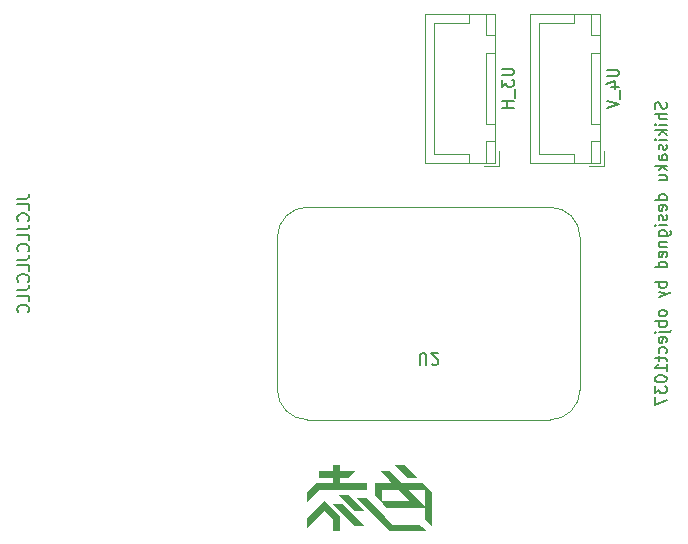
<source format=gbr>
%TF.GenerationSoftware,KiCad,Pcbnew,7.0.9*%
%TF.CreationDate,2023-12-12T22:55:11+09:00*%
%TF.ProjectId,shikisaku,7368696b-6973-4616-9b75-2e6b69636164,rev?*%
%TF.SameCoordinates,Original*%
%TF.FileFunction,Legend,Bot*%
%TF.FilePolarity,Positive*%
%FSLAX46Y46*%
G04 Gerber Fmt 4.6, Leading zero omitted, Abs format (unit mm)*
G04 Created by KiCad (PCBNEW 7.0.9) date 2023-12-12 22:55:11*
%MOMM*%
%LPD*%
G01*
G04 APERTURE LIST*
%ADD10C,0.153000*%
%ADD11C,0.100000*%
%ADD12C,0.120000*%
G04 APERTURE END LIST*
D10*
X101994663Y-87130951D02*
X102708948Y-87130951D01*
X102708948Y-87130951D02*
X102851805Y-87083332D01*
X102851805Y-87083332D02*
X102947044Y-86988094D01*
X102947044Y-86988094D02*
X102994663Y-86845237D01*
X102994663Y-86845237D02*
X102994663Y-86749999D01*
X102994663Y-88083332D02*
X102994663Y-87607142D01*
X102994663Y-87607142D02*
X101994663Y-87607142D01*
X102899424Y-88988094D02*
X102947044Y-88940475D01*
X102947044Y-88940475D02*
X102994663Y-88797618D01*
X102994663Y-88797618D02*
X102994663Y-88702380D01*
X102994663Y-88702380D02*
X102947044Y-88559523D01*
X102947044Y-88559523D02*
X102851805Y-88464285D01*
X102851805Y-88464285D02*
X102756567Y-88416666D01*
X102756567Y-88416666D02*
X102566091Y-88369047D01*
X102566091Y-88369047D02*
X102423234Y-88369047D01*
X102423234Y-88369047D02*
X102232758Y-88416666D01*
X102232758Y-88416666D02*
X102137520Y-88464285D01*
X102137520Y-88464285D02*
X102042282Y-88559523D01*
X102042282Y-88559523D02*
X101994663Y-88702380D01*
X101994663Y-88702380D02*
X101994663Y-88797618D01*
X101994663Y-88797618D02*
X102042282Y-88940475D01*
X102042282Y-88940475D02*
X102089901Y-88988094D01*
X101994663Y-89702380D02*
X102708948Y-89702380D01*
X102708948Y-89702380D02*
X102851805Y-89654761D01*
X102851805Y-89654761D02*
X102947044Y-89559523D01*
X102947044Y-89559523D02*
X102994663Y-89416666D01*
X102994663Y-89416666D02*
X102994663Y-89321428D01*
X102994663Y-90654761D02*
X102994663Y-90178571D01*
X102994663Y-90178571D02*
X101994663Y-90178571D01*
X102899424Y-91559523D02*
X102947044Y-91511904D01*
X102947044Y-91511904D02*
X102994663Y-91369047D01*
X102994663Y-91369047D02*
X102994663Y-91273809D01*
X102994663Y-91273809D02*
X102947044Y-91130952D01*
X102947044Y-91130952D02*
X102851805Y-91035714D01*
X102851805Y-91035714D02*
X102756567Y-90988095D01*
X102756567Y-90988095D02*
X102566091Y-90940476D01*
X102566091Y-90940476D02*
X102423234Y-90940476D01*
X102423234Y-90940476D02*
X102232758Y-90988095D01*
X102232758Y-90988095D02*
X102137520Y-91035714D01*
X102137520Y-91035714D02*
X102042282Y-91130952D01*
X102042282Y-91130952D02*
X101994663Y-91273809D01*
X101994663Y-91273809D02*
X101994663Y-91369047D01*
X101994663Y-91369047D02*
X102042282Y-91511904D01*
X102042282Y-91511904D02*
X102089901Y-91559523D01*
X101994663Y-92273809D02*
X102708948Y-92273809D01*
X102708948Y-92273809D02*
X102851805Y-92226190D01*
X102851805Y-92226190D02*
X102947044Y-92130952D01*
X102947044Y-92130952D02*
X102994663Y-91988095D01*
X102994663Y-91988095D02*
X102994663Y-91892857D01*
X102994663Y-93226190D02*
X102994663Y-92750000D01*
X102994663Y-92750000D02*
X101994663Y-92750000D01*
X102899424Y-94130952D02*
X102947044Y-94083333D01*
X102947044Y-94083333D02*
X102994663Y-93940476D01*
X102994663Y-93940476D02*
X102994663Y-93845238D01*
X102994663Y-93845238D02*
X102947044Y-93702381D01*
X102947044Y-93702381D02*
X102851805Y-93607143D01*
X102851805Y-93607143D02*
X102756567Y-93559524D01*
X102756567Y-93559524D02*
X102566091Y-93511905D01*
X102566091Y-93511905D02*
X102423234Y-93511905D01*
X102423234Y-93511905D02*
X102232758Y-93559524D01*
X102232758Y-93559524D02*
X102137520Y-93607143D01*
X102137520Y-93607143D02*
X102042282Y-93702381D01*
X102042282Y-93702381D02*
X101994663Y-93845238D01*
X101994663Y-93845238D02*
X101994663Y-93940476D01*
X101994663Y-93940476D02*
X102042282Y-94083333D01*
X102042282Y-94083333D02*
X102089901Y-94130952D01*
X101994663Y-94845238D02*
X102708948Y-94845238D01*
X102708948Y-94845238D02*
X102851805Y-94797619D01*
X102851805Y-94797619D02*
X102947044Y-94702381D01*
X102947044Y-94702381D02*
X102994663Y-94559524D01*
X102994663Y-94559524D02*
X102994663Y-94464286D01*
X102994663Y-95797619D02*
X102994663Y-95321429D01*
X102994663Y-95321429D02*
X101994663Y-95321429D01*
X102899424Y-96702381D02*
X102947044Y-96654762D01*
X102947044Y-96654762D02*
X102994663Y-96511905D01*
X102994663Y-96511905D02*
X102994663Y-96416667D01*
X102994663Y-96416667D02*
X102947044Y-96273810D01*
X102947044Y-96273810D02*
X102851805Y-96178572D01*
X102851805Y-96178572D02*
X102756567Y-96130953D01*
X102756567Y-96130953D02*
X102566091Y-96083334D01*
X102566091Y-96083334D02*
X102423234Y-96083334D01*
X102423234Y-96083334D02*
X102232758Y-96130953D01*
X102232758Y-96130953D02*
X102137520Y-96178572D01*
X102137520Y-96178572D02*
X102042282Y-96273810D01*
X102042282Y-96273810D02*
X101994663Y-96416667D01*
X101994663Y-96416667D02*
X101994663Y-96511905D01*
X101994663Y-96511905D02*
X102042282Y-96654762D01*
X102042282Y-96654762D02*
X102089901Y-96702381D01*
X156922044Y-78940475D02*
X156969663Y-79083332D01*
X156969663Y-79083332D02*
X156969663Y-79321427D01*
X156969663Y-79321427D02*
X156922044Y-79416665D01*
X156922044Y-79416665D02*
X156874424Y-79464284D01*
X156874424Y-79464284D02*
X156779186Y-79511903D01*
X156779186Y-79511903D02*
X156683948Y-79511903D01*
X156683948Y-79511903D02*
X156588710Y-79464284D01*
X156588710Y-79464284D02*
X156541091Y-79416665D01*
X156541091Y-79416665D02*
X156493472Y-79321427D01*
X156493472Y-79321427D02*
X156445853Y-79130951D01*
X156445853Y-79130951D02*
X156398234Y-79035713D01*
X156398234Y-79035713D02*
X156350615Y-78988094D01*
X156350615Y-78988094D02*
X156255377Y-78940475D01*
X156255377Y-78940475D02*
X156160139Y-78940475D01*
X156160139Y-78940475D02*
X156064901Y-78988094D01*
X156064901Y-78988094D02*
X156017282Y-79035713D01*
X156017282Y-79035713D02*
X155969663Y-79130951D01*
X155969663Y-79130951D02*
X155969663Y-79369046D01*
X155969663Y-79369046D02*
X156017282Y-79511903D01*
X156969663Y-79940475D02*
X155969663Y-79940475D01*
X156969663Y-80369046D02*
X156445853Y-80369046D01*
X156445853Y-80369046D02*
X156350615Y-80321427D01*
X156350615Y-80321427D02*
X156302996Y-80226189D01*
X156302996Y-80226189D02*
X156302996Y-80083332D01*
X156302996Y-80083332D02*
X156350615Y-79988094D01*
X156350615Y-79988094D02*
X156398234Y-79940475D01*
X156969663Y-80845237D02*
X156302996Y-80845237D01*
X155969663Y-80845237D02*
X156017282Y-80797618D01*
X156017282Y-80797618D02*
X156064901Y-80845237D01*
X156064901Y-80845237D02*
X156017282Y-80892856D01*
X156017282Y-80892856D02*
X155969663Y-80845237D01*
X155969663Y-80845237D02*
X156064901Y-80845237D01*
X156969663Y-81321427D02*
X155969663Y-81321427D01*
X156588710Y-81416665D02*
X156969663Y-81702379D01*
X156302996Y-81702379D02*
X156683948Y-81321427D01*
X156969663Y-82130951D02*
X156302996Y-82130951D01*
X155969663Y-82130951D02*
X156017282Y-82083332D01*
X156017282Y-82083332D02*
X156064901Y-82130951D01*
X156064901Y-82130951D02*
X156017282Y-82178570D01*
X156017282Y-82178570D02*
X155969663Y-82130951D01*
X155969663Y-82130951D02*
X156064901Y-82130951D01*
X156922044Y-82559522D02*
X156969663Y-82654760D01*
X156969663Y-82654760D02*
X156969663Y-82845236D01*
X156969663Y-82845236D02*
X156922044Y-82940474D01*
X156922044Y-82940474D02*
X156826805Y-82988093D01*
X156826805Y-82988093D02*
X156779186Y-82988093D01*
X156779186Y-82988093D02*
X156683948Y-82940474D01*
X156683948Y-82940474D02*
X156636329Y-82845236D01*
X156636329Y-82845236D02*
X156636329Y-82702379D01*
X156636329Y-82702379D02*
X156588710Y-82607141D01*
X156588710Y-82607141D02*
X156493472Y-82559522D01*
X156493472Y-82559522D02*
X156445853Y-82559522D01*
X156445853Y-82559522D02*
X156350615Y-82607141D01*
X156350615Y-82607141D02*
X156302996Y-82702379D01*
X156302996Y-82702379D02*
X156302996Y-82845236D01*
X156302996Y-82845236D02*
X156350615Y-82940474D01*
X156969663Y-83845236D02*
X156445853Y-83845236D01*
X156445853Y-83845236D02*
X156350615Y-83797617D01*
X156350615Y-83797617D02*
X156302996Y-83702379D01*
X156302996Y-83702379D02*
X156302996Y-83511903D01*
X156302996Y-83511903D02*
X156350615Y-83416665D01*
X156922044Y-83845236D02*
X156969663Y-83749998D01*
X156969663Y-83749998D02*
X156969663Y-83511903D01*
X156969663Y-83511903D02*
X156922044Y-83416665D01*
X156922044Y-83416665D02*
X156826805Y-83369046D01*
X156826805Y-83369046D02*
X156731567Y-83369046D01*
X156731567Y-83369046D02*
X156636329Y-83416665D01*
X156636329Y-83416665D02*
X156588710Y-83511903D01*
X156588710Y-83511903D02*
X156588710Y-83749998D01*
X156588710Y-83749998D02*
X156541091Y-83845236D01*
X156969663Y-84321427D02*
X155969663Y-84321427D01*
X156588710Y-84416665D02*
X156969663Y-84702379D01*
X156302996Y-84702379D02*
X156683948Y-84321427D01*
X156302996Y-85559522D02*
X156969663Y-85559522D01*
X156302996Y-85130951D02*
X156826805Y-85130951D01*
X156826805Y-85130951D02*
X156922044Y-85178570D01*
X156922044Y-85178570D02*
X156969663Y-85273808D01*
X156969663Y-85273808D02*
X156969663Y-85416665D01*
X156969663Y-85416665D02*
X156922044Y-85511903D01*
X156922044Y-85511903D02*
X156874424Y-85559522D01*
X156969663Y-87226189D02*
X155969663Y-87226189D01*
X156922044Y-87226189D02*
X156969663Y-87130951D01*
X156969663Y-87130951D02*
X156969663Y-86940475D01*
X156969663Y-86940475D02*
X156922044Y-86845237D01*
X156922044Y-86845237D02*
X156874424Y-86797618D01*
X156874424Y-86797618D02*
X156779186Y-86749999D01*
X156779186Y-86749999D02*
X156493472Y-86749999D01*
X156493472Y-86749999D02*
X156398234Y-86797618D01*
X156398234Y-86797618D02*
X156350615Y-86845237D01*
X156350615Y-86845237D02*
X156302996Y-86940475D01*
X156302996Y-86940475D02*
X156302996Y-87130951D01*
X156302996Y-87130951D02*
X156350615Y-87226189D01*
X156922044Y-88083332D02*
X156969663Y-87988094D01*
X156969663Y-87988094D02*
X156969663Y-87797618D01*
X156969663Y-87797618D02*
X156922044Y-87702380D01*
X156922044Y-87702380D02*
X156826805Y-87654761D01*
X156826805Y-87654761D02*
X156445853Y-87654761D01*
X156445853Y-87654761D02*
X156350615Y-87702380D01*
X156350615Y-87702380D02*
X156302996Y-87797618D01*
X156302996Y-87797618D02*
X156302996Y-87988094D01*
X156302996Y-87988094D02*
X156350615Y-88083332D01*
X156350615Y-88083332D02*
X156445853Y-88130951D01*
X156445853Y-88130951D02*
X156541091Y-88130951D01*
X156541091Y-88130951D02*
X156636329Y-87654761D01*
X156922044Y-88511904D02*
X156969663Y-88607142D01*
X156969663Y-88607142D02*
X156969663Y-88797618D01*
X156969663Y-88797618D02*
X156922044Y-88892856D01*
X156922044Y-88892856D02*
X156826805Y-88940475D01*
X156826805Y-88940475D02*
X156779186Y-88940475D01*
X156779186Y-88940475D02*
X156683948Y-88892856D01*
X156683948Y-88892856D02*
X156636329Y-88797618D01*
X156636329Y-88797618D02*
X156636329Y-88654761D01*
X156636329Y-88654761D02*
X156588710Y-88559523D01*
X156588710Y-88559523D02*
X156493472Y-88511904D01*
X156493472Y-88511904D02*
X156445853Y-88511904D01*
X156445853Y-88511904D02*
X156350615Y-88559523D01*
X156350615Y-88559523D02*
X156302996Y-88654761D01*
X156302996Y-88654761D02*
X156302996Y-88797618D01*
X156302996Y-88797618D02*
X156350615Y-88892856D01*
X156969663Y-89369047D02*
X156302996Y-89369047D01*
X155969663Y-89369047D02*
X156017282Y-89321428D01*
X156017282Y-89321428D02*
X156064901Y-89369047D01*
X156064901Y-89369047D02*
X156017282Y-89416666D01*
X156017282Y-89416666D02*
X155969663Y-89369047D01*
X155969663Y-89369047D02*
X156064901Y-89369047D01*
X156302996Y-90273808D02*
X157112520Y-90273808D01*
X157112520Y-90273808D02*
X157207758Y-90226189D01*
X157207758Y-90226189D02*
X157255377Y-90178570D01*
X157255377Y-90178570D02*
X157302996Y-90083332D01*
X157302996Y-90083332D02*
X157302996Y-89940475D01*
X157302996Y-89940475D02*
X157255377Y-89845237D01*
X156922044Y-90273808D02*
X156969663Y-90178570D01*
X156969663Y-90178570D02*
X156969663Y-89988094D01*
X156969663Y-89988094D02*
X156922044Y-89892856D01*
X156922044Y-89892856D02*
X156874424Y-89845237D01*
X156874424Y-89845237D02*
X156779186Y-89797618D01*
X156779186Y-89797618D02*
X156493472Y-89797618D01*
X156493472Y-89797618D02*
X156398234Y-89845237D01*
X156398234Y-89845237D02*
X156350615Y-89892856D01*
X156350615Y-89892856D02*
X156302996Y-89988094D01*
X156302996Y-89988094D02*
X156302996Y-90178570D01*
X156302996Y-90178570D02*
X156350615Y-90273808D01*
X156302996Y-90749999D02*
X156969663Y-90749999D01*
X156398234Y-90749999D02*
X156350615Y-90797618D01*
X156350615Y-90797618D02*
X156302996Y-90892856D01*
X156302996Y-90892856D02*
X156302996Y-91035713D01*
X156302996Y-91035713D02*
X156350615Y-91130951D01*
X156350615Y-91130951D02*
X156445853Y-91178570D01*
X156445853Y-91178570D02*
X156969663Y-91178570D01*
X156922044Y-92035713D02*
X156969663Y-91940475D01*
X156969663Y-91940475D02*
X156969663Y-91749999D01*
X156969663Y-91749999D02*
X156922044Y-91654761D01*
X156922044Y-91654761D02*
X156826805Y-91607142D01*
X156826805Y-91607142D02*
X156445853Y-91607142D01*
X156445853Y-91607142D02*
X156350615Y-91654761D01*
X156350615Y-91654761D02*
X156302996Y-91749999D01*
X156302996Y-91749999D02*
X156302996Y-91940475D01*
X156302996Y-91940475D02*
X156350615Y-92035713D01*
X156350615Y-92035713D02*
X156445853Y-92083332D01*
X156445853Y-92083332D02*
X156541091Y-92083332D01*
X156541091Y-92083332D02*
X156636329Y-91607142D01*
X156969663Y-92940475D02*
X155969663Y-92940475D01*
X156922044Y-92940475D02*
X156969663Y-92845237D01*
X156969663Y-92845237D02*
X156969663Y-92654761D01*
X156969663Y-92654761D02*
X156922044Y-92559523D01*
X156922044Y-92559523D02*
X156874424Y-92511904D01*
X156874424Y-92511904D02*
X156779186Y-92464285D01*
X156779186Y-92464285D02*
X156493472Y-92464285D01*
X156493472Y-92464285D02*
X156398234Y-92511904D01*
X156398234Y-92511904D02*
X156350615Y-92559523D01*
X156350615Y-92559523D02*
X156302996Y-92654761D01*
X156302996Y-92654761D02*
X156302996Y-92845237D01*
X156302996Y-92845237D02*
X156350615Y-92940475D01*
X156969663Y-94178571D02*
X155969663Y-94178571D01*
X156350615Y-94178571D02*
X156302996Y-94273809D01*
X156302996Y-94273809D02*
X156302996Y-94464285D01*
X156302996Y-94464285D02*
X156350615Y-94559523D01*
X156350615Y-94559523D02*
X156398234Y-94607142D01*
X156398234Y-94607142D02*
X156493472Y-94654761D01*
X156493472Y-94654761D02*
X156779186Y-94654761D01*
X156779186Y-94654761D02*
X156874424Y-94607142D01*
X156874424Y-94607142D02*
X156922044Y-94559523D01*
X156922044Y-94559523D02*
X156969663Y-94464285D01*
X156969663Y-94464285D02*
X156969663Y-94273809D01*
X156969663Y-94273809D02*
X156922044Y-94178571D01*
X156302996Y-94988095D02*
X156969663Y-95226190D01*
X156302996Y-95464285D02*
X156969663Y-95226190D01*
X156969663Y-95226190D02*
X157207758Y-95130952D01*
X157207758Y-95130952D02*
X157255377Y-95083333D01*
X157255377Y-95083333D02*
X157302996Y-94988095D01*
X156969663Y-96750000D02*
X156922044Y-96654762D01*
X156922044Y-96654762D02*
X156874424Y-96607143D01*
X156874424Y-96607143D02*
X156779186Y-96559524D01*
X156779186Y-96559524D02*
X156493472Y-96559524D01*
X156493472Y-96559524D02*
X156398234Y-96607143D01*
X156398234Y-96607143D02*
X156350615Y-96654762D01*
X156350615Y-96654762D02*
X156302996Y-96750000D01*
X156302996Y-96750000D02*
X156302996Y-96892857D01*
X156302996Y-96892857D02*
X156350615Y-96988095D01*
X156350615Y-96988095D02*
X156398234Y-97035714D01*
X156398234Y-97035714D02*
X156493472Y-97083333D01*
X156493472Y-97083333D02*
X156779186Y-97083333D01*
X156779186Y-97083333D02*
X156874424Y-97035714D01*
X156874424Y-97035714D02*
X156922044Y-96988095D01*
X156922044Y-96988095D02*
X156969663Y-96892857D01*
X156969663Y-96892857D02*
X156969663Y-96750000D01*
X156969663Y-97511905D02*
X155969663Y-97511905D01*
X156350615Y-97511905D02*
X156302996Y-97607143D01*
X156302996Y-97607143D02*
X156302996Y-97797619D01*
X156302996Y-97797619D02*
X156350615Y-97892857D01*
X156350615Y-97892857D02*
X156398234Y-97940476D01*
X156398234Y-97940476D02*
X156493472Y-97988095D01*
X156493472Y-97988095D02*
X156779186Y-97988095D01*
X156779186Y-97988095D02*
X156874424Y-97940476D01*
X156874424Y-97940476D02*
X156922044Y-97892857D01*
X156922044Y-97892857D02*
X156969663Y-97797619D01*
X156969663Y-97797619D02*
X156969663Y-97607143D01*
X156969663Y-97607143D02*
X156922044Y-97511905D01*
X156302996Y-98416667D02*
X157160139Y-98416667D01*
X157160139Y-98416667D02*
X157255377Y-98369048D01*
X157255377Y-98369048D02*
X157302996Y-98273810D01*
X157302996Y-98273810D02*
X157302996Y-98226191D01*
X155969663Y-98416667D02*
X156017282Y-98369048D01*
X156017282Y-98369048D02*
X156064901Y-98416667D01*
X156064901Y-98416667D02*
X156017282Y-98464286D01*
X156017282Y-98464286D02*
X155969663Y-98416667D01*
X155969663Y-98416667D02*
X156064901Y-98416667D01*
X156922044Y-99273809D02*
X156969663Y-99178571D01*
X156969663Y-99178571D02*
X156969663Y-98988095D01*
X156969663Y-98988095D02*
X156922044Y-98892857D01*
X156922044Y-98892857D02*
X156826805Y-98845238D01*
X156826805Y-98845238D02*
X156445853Y-98845238D01*
X156445853Y-98845238D02*
X156350615Y-98892857D01*
X156350615Y-98892857D02*
X156302996Y-98988095D01*
X156302996Y-98988095D02*
X156302996Y-99178571D01*
X156302996Y-99178571D02*
X156350615Y-99273809D01*
X156350615Y-99273809D02*
X156445853Y-99321428D01*
X156445853Y-99321428D02*
X156541091Y-99321428D01*
X156541091Y-99321428D02*
X156636329Y-98845238D01*
X156922044Y-100178571D02*
X156969663Y-100083333D01*
X156969663Y-100083333D02*
X156969663Y-99892857D01*
X156969663Y-99892857D02*
X156922044Y-99797619D01*
X156922044Y-99797619D02*
X156874424Y-99750000D01*
X156874424Y-99750000D02*
X156779186Y-99702381D01*
X156779186Y-99702381D02*
X156493472Y-99702381D01*
X156493472Y-99702381D02*
X156398234Y-99750000D01*
X156398234Y-99750000D02*
X156350615Y-99797619D01*
X156350615Y-99797619D02*
X156302996Y-99892857D01*
X156302996Y-99892857D02*
X156302996Y-100083333D01*
X156302996Y-100083333D02*
X156350615Y-100178571D01*
X156302996Y-100464286D02*
X156302996Y-100845238D01*
X155969663Y-100607143D02*
X156826805Y-100607143D01*
X156826805Y-100607143D02*
X156922044Y-100654762D01*
X156922044Y-100654762D02*
X156969663Y-100750000D01*
X156969663Y-100750000D02*
X156969663Y-100845238D01*
X156969663Y-101702381D02*
X156969663Y-101130953D01*
X156969663Y-101416667D02*
X155969663Y-101416667D01*
X155969663Y-101416667D02*
X156112520Y-101321429D01*
X156112520Y-101321429D02*
X156207758Y-101226191D01*
X156207758Y-101226191D02*
X156255377Y-101130953D01*
X155969663Y-102321429D02*
X155969663Y-102416667D01*
X155969663Y-102416667D02*
X156017282Y-102511905D01*
X156017282Y-102511905D02*
X156064901Y-102559524D01*
X156064901Y-102559524D02*
X156160139Y-102607143D01*
X156160139Y-102607143D02*
X156350615Y-102654762D01*
X156350615Y-102654762D02*
X156588710Y-102654762D01*
X156588710Y-102654762D02*
X156779186Y-102607143D01*
X156779186Y-102607143D02*
X156874424Y-102559524D01*
X156874424Y-102559524D02*
X156922044Y-102511905D01*
X156922044Y-102511905D02*
X156969663Y-102416667D01*
X156969663Y-102416667D02*
X156969663Y-102321429D01*
X156969663Y-102321429D02*
X156922044Y-102226191D01*
X156922044Y-102226191D02*
X156874424Y-102178572D01*
X156874424Y-102178572D02*
X156779186Y-102130953D01*
X156779186Y-102130953D02*
X156588710Y-102083334D01*
X156588710Y-102083334D02*
X156350615Y-102083334D01*
X156350615Y-102083334D02*
X156160139Y-102130953D01*
X156160139Y-102130953D02*
X156064901Y-102178572D01*
X156064901Y-102178572D02*
X156017282Y-102226191D01*
X156017282Y-102226191D02*
X155969663Y-102321429D01*
X155969663Y-102988096D02*
X155969663Y-103607143D01*
X155969663Y-103607143D02*
X156350615Y-103273810D01*
X156350615Y-103273810D02*
X156350615Y-103416667D01*
X156350615Y-103416667D02*
X156398234Y-103511905D01*
X156398234Y-103511905D02*
X156445853Y-103559524D01*
X156445853Y-103559524D02*
X156541091Y-103607143D01*
X156541091Y-103607143D02*
X156779186Y-103607143D01*
X156779186Y-103607143D02*
X156874424Y-103559524D01*
X156874424Y-103559524D02*
X156922044Y-103511905D01*
X156922044Y-103511905D02*
X156969663Y-103416667D01*
X156969663Y-103416667D02*
X156969663Y-103130953D01*
X156969663Y-103130953D02*
X156922044Y-103035715D01*
X156922044Y-103035715D02*
X156874424Y-102988096D01*
X155969663Y-103940477D02*
X155969663Y-104607143D01*
X155969663Y-104607143D02*
X156969663Y-104178572D01*
X143009663Y-76093333D02*
X143819186Y-76093333D01*
X143819186Y-76093333D02*
X143914424Y-76140952D01*
X143914424Y-76140952D02*
X143962044Y-76188571D01*
X143962044Y-76188571D02*
X144009663Y-76283809D01*
X144009663Y-76283809D02*
X144009663Y-76474285D01*
X144009663Y-76474285D02*
X143962044Y-76569523D01*
X143962044Y-76569523D02*
X143914424Y-76617142D01*
X143914424Y-76617142D02*
X143819186Y-76664761D01*
X143819186Y-76664761D02*
X143009663Y-76664761D01*
X143009663Y-77045714D02*
X143009663Y-77664761D01*
X143009663Y-77664761D02*
X143390615Y-77331428D01*
X143390615Y-77331428D02*
X143390615Y-77474285D01*
X143390615Y-77474285D02*
X143438234Y-77569523D01*
X143438234Y-77569523D02*
X143485853Y-77617142D01*
X143485853Y-77617142D02*
X143581091Y-77664761D01*
X143581091Y-77664761D02*
X143819186Y-77664761D01*
X143819186Y-77664761D02*
X143914424Y-77617142D01*
X143914424Y-77617142D02*
X143962044Y-77569523D01*
X143962044Y-77569523D02*
X144009663Y-77474285D01*
X144009663Y-77474285D02*
X144009663Y-77188571D01*
X144009663Y-77188571D02*
X143962044Y-77093333D01*
X143962044Y-77093333D02*
X143914424Y-77045714D01*
X144104901Y-77855238D02*
X144104901Y-78617142D01*
X144009663Y-78855238D02*
X143009663Y-78855238D01*
X143485853Y-78855238D02*
X143485853Y-79426666D01*
X144009663Y-79426666D02*
X143009663Y-79426666D01*
X151899663Y-76188571D02*
X152709186Y-76188571D01*
X152709186Y-76188571D02*
X152804424Y-76236190D01*
X152804424Y-76236190D02*
X152852044Y-76283809D01*
X152852044Y-76283809D02*
X152899663Y-76379047D01*
X152899663Y-76379047D02*
X152899663Y-76569523D01*
X152899663Y-76569523D02*
X152852044Y-76664761D01*
X152852044Y-76664761D02*
X152804424Y-76712380D01*
X152804424Y-76712380D02*
X152709186Y-76759999D01*
X152709186Y-76759999D02*
X151899663Y-76759999D01*
X152232996Y-77664761D02*
X152899663Y-77664761D01*
X151852044Y-77426666D02*
X152566329Y-77188571D01*
X152566329Y-77188571D02*
X152566329Y-77807618D01*
X152994901Y-77950476D02*
X152994901Y-78712380D01*
X151899663Y-78807619D02*
X152899663Y-79140952D01*
X152899663Y-79140952D02*
X151899663Y-79474285D01*
X136068095Y-101185336D02*
X136068095Y-100375813D01*
X136068095Y-100375813D02*
X136115714Y-100280575D01*
X136115714Y-100280575D02*
X136163333Y-100232956D01*
X136163333Y-100232956D02*
X136258571Y-100185336D01*
X136258571Y-100185336D02*
X136449047Y-100185336D01*
X136449047Y-100185336D02*
X136544285Y-100232956D01*
X136544285Y-100232956D02*
X136591904Y-100280575D01*
X136591904Y-100280575D02*
X136639523Y-100375813D01*
X136639523Y-100375813D02*
X136639523Y-101185336D01*
X137068095Y-101090098D02*
X137115714Y-101137717D01*
X137115714Y-101137717D02*
X137210952Y-101185336D01*
X137210952Y-101185336D02*
X137449047Y-101185336D01*
X137449047Y-101185336D02*
X137544285Y-101137717D01*
X137544285Y-101137717D02*
X137591904Y-101090098D01*
X137591904Y-101090098D02*
X137639523Y-100994860D01*
X137639523Y-100994860D02*
X137639523Y-100899622D01*
X137639523Y-100899622D02*
X137591904Y-100756765D01*
X137591904Y-100756765D02*
X137020476Y-100185336D01*
X137020476Y-100185336D02*
X137639523Y-100185336D01*
%TO.C,REF\u002A\u002A*%
D11*
X135750000Y-110705000D02*
X135000000Y-110705000D01*
X134000000Y-109705000D01*
X134750000Y-109705000D01*
X135750000Y-110705000D01*
G36*
X135750000Y-110705000D02*
G01*
X135000000Y-110705000D01*
X134000000Y-109705000D01*
X134750000Y-109705000D01*
X135750000Y-110705000D01*
G37*
X130000000Y-110705000D02*
X127500000Y-110705000D01*
X127500000Y-110205000D01*
X130500000Y-110205000D01*
X130000000Y-110705000D01*
G36*
X130000000Y-110705000D02*
G01*
X127500000Y-110705000D01*
X127500000Y-110205000D01*
X130500000Y-110205000D01*
X130000000Y-110705000D01*
G37*
X131250000Y-113455000D02*
X130500000Y-113455000D01*
X129250000Y-112205000D01*
X130000000Y-112205000D01*
X131250000Y-113455000D01*
G36*
X131250000Y-113455000D02*
G01*
X130500000Y-113455000D01*
X129250000Y-112205000D01*
X130000000Y-112205000D01*
X131250000Y-113455000D01*
G37*
X131250000Y-114705000D02*
X130500000Y-114705000D01*
X128750000Y-112955000D01*
X129500000Y-112955000D01*
X131250000Y-114705000D01*
G36*
X131250000Y-114705000D02*
G01*
X130500000Y-114705000D01*
X128750000Y-112955000D01*
X129500000Y-112955000D01*
X131250000Y-114705000D01*
G37*
X133750000Y-114705000D02*
X136000000Y-114705000D01*
X136500000Y-115205000D01*
X133500000Y-115205000D01*
X130750000Y-112455000D01*
X131500000Y-112455000D01*
X133750000Y-114705000D01*
G36*
X133750000Y-114705000D02*
G01*
X136000000Y-114705000D01*
X136500000Y-115205000D01*
X133500000Y-115205000D01*
X130750000Y-112455000D01*
X131500000Y-112455000D01*
X133750000Y-114705000D01*
G37*
X129250000Y-110705000D02*
X129250000Y-111205000D01*
X128750000Y-111205000D01*
X128750000Y-110705000D01*
X128750000Y-109705000D01*
X129250000Y-109705000D01*
X129250000Y-110705000D01*
G36*
X129250000Y-110705000D02*
G01*
X129250000Y-111205000D01*
X128750000Y-111205000D01*
X128750000Y-110705000D01*
X128750000Y-109705000D01*
X129250000Y-109705000D01*
X129250000Y-110705000D01*
G37*
X131500000Y-111705000D02*
X127500000Y-111705000D01*
X126500000Y-112705000D01*
X126500000Y-111955000D01*
X127250000Y-111205000D01*
X131500000Y-111205000D01*
X131500000Y-111705000D01*
G36*
X131500000Y-111705000D02*
G01*
X127500000Y-111705000D01*
X126500000Y-112705000D01*
X126500000Y-111955000D01*
X127250000Y-111205000D01*
X131500000Y-111205000D01*
X131500000Y-111705000D01*
G37*
X136000000Y-112705000D02*
X136500000Y-113205000D01*
X135750000Y-113205000D01*
X133250000Y-113205000D01*
X132750000Y-112705000D01*
X135250000Y-112705000D01*
X132750000Y-110205000D01*
X133500000Y-110205000D01*
X136000000Y-112705000D01*
G36*
X136000000Y-112705000D02*
G01*
X136500000Y-113205000D01*
X135750000Y-113205000D01*
X133250000Y-113205000D01*
X132750000Y-112705000D01*
X135250000Y-112705000D01*
X132750000Y-110205000D01*
X133500000Y-110205000D01*
X136000000Y-112705000D01*
G37*
X129250000Y-113955000D02*
X129250000Y-115205000D01*
X128750000Y-115205000D01*
X128750000Y-114205000D01*
X128000000Y-113455000D01*
X126500000Y-114955000D01*
X126500000Y-114205000D01*
X128000000Y-112705000D01*
X129250000Y-113955000D01*
G36*
X129250000Y-113955000D02*
G01*
X129250000Y-115205000D01*
X128750000Y-115205000D01*
X128750000Y-114205000D01*
X128000000Y-113455000D01*
X126500000Y-114955000D01*
X126500000Y-114205000D01*
X128000000Y-112705000D01*
X129250000Y-113955000D01*
G37*
X137000000Y-111955000D02*
X137000000Y-114705000D01*
X136500000Y-114205000D01*
X136500000Y-111705000D01*
X132750000Y-111705000D01*
X132750000Y-112705000D01*
X132250000Y-112205000D01*
X132250000Y-111205000D01*
X136250000Y-111205000D01*
X137000000Y-111955000D01*
G36*
X137000000Y-111955000D02*
G01*
X137000000Y-114705000D01*
X136500000Y-114205000D01*
X136500000Y-111705000D01*
X132750000Y-111705000D01*
X132750000Y-112705000D01*
X132250000Y-112205000D01*
X132250000Y-111205000D01*
X136250000Y-111205000D01*
X137000000Y-111955000D01*
G37*
D12*
%TO.C,U3_H*%
X142755000Y-84360000D02*
X141505000Y-84360000D01*
X136495000Y-84070000D02*
X136495000Y-71450000D01*
X142465000Y-84070000D02*
X136495000Y-84070000D01*
X140205000Y-84060000D02*
X140205000Y-83310000D01*
X141705000Y-84060000D02*
X141705000Y-82260000D01*
X142455000Y-84060000D02*
X141705000Y-84060000D01*
X137255000Y-83310000D02*
X137255000Y-77760000D01*
X140205000Y-83310000D02*
X137255000Y-83310000D01*
X142755000Y-83110000D02*
X142755000Y-84360000D01*
X141705000Y-82260000D02*
X142455000Y-82260000D01*
X142455000Y-82260000D02*
X142455000Y-84060000D01*
X141705000Y-80760000D02*
X141705000Y-74760000D01*
X142455000Y-80760000D02*
X141705000Y-80760000D01*
X141705000Y-74760000D02*
X142455000Y-74760000D01*
X142455000Y-74760000D02*
X142455000Y-80760000D01*
X141705000Y-73260000D02*
X141705000Y-71460000D01*
X142455000Y-73260000D02*
X141705000Y-73260000D01*
X137255000Y-72210000D02*
X137255000Y-77760000D01*
X140205000Y-72210000D02*
X137255000Y-72210000D01*
X140205000Y-71460000D02*
X140205000Y-72210000D01*
X141705000Y-71460000D02*
X142455000Y-71460000D01*
X142455000Y-71460000D02*
X142455000Y-73260000D01*
X136495000Y-71450000D02*
X142465000Y-71450000D01*
X142465000Y-71450000D02*
X142465000Y-84070000D01*
%TO.C,U4_V*%
X151645000Y-84360000D02*
X150395000Y-84360000D01*
X145385000Y-84070000D02*
X145385000Y-71450000D01*
X151355000Y-84070000D02*
X145385000Y-84070000D01*
X149095000Y-84060000D02*
X149095000Y-83310000D01*
X150595000Y-84060000D02*
X150595000Y-82260000D01*
X151345000Y-84060000D02*
X150595000Y-84060000D01*
X146145000Y-83310000D02*
X146145000Y-77760000D01*
X149095000Y-83310000D02*
X146145000Y-83310000D01*
X151645000Y-83110000D02*
X151645000Y-84360000D01*
X150595000Y-82260000D02*
X151345000Y-82260000D01*
X151345000Y-82260000D02*
X151345000Y-84060000D01*
X150595000Y-80760000D02*
X150595000Y-74760000D01*
X151345000Y-80760000D02*
X150595000Y-80760000D01*
X150595000Y-74760000D02*
X151345000Y-74760000D01*
X151345000Y-74760000D02*
X151345000Y-80760000D01*
X150595000Y-73260000D02*
X150595000Y-71460000D01*
X151345000Y-73260000D02*
X150595000Y-73260000D01*
X146145000Y-72210000D02*
X146145000Y-77760000D01*
X149095000Y-72210000D02*
X146145000Y-72210000D01*
X149095000Y-71460000D02*
X149095000Y-72210000D01*
X150595000Y-71460000D02*
X151345000Y-71460000D01*
X151345000Y-71460000D02*
X151345000Y-73260000D01*
X145385000Y-71450000D02*
X151355000Y-71450000D01*
X151355000Y-71450000D02*
X151355000Y-84070000D01*
D11*
%TO.C,U2*%
X124020000Y-90370000D02*
X124020000Y-103290000D01*
X126560000Y-105830000D02*
X147100000Y-105830000D01*
X147100000Y-87830000D02*
X126560000Y-87830000D01*
X149640000Y-103290000D02*
X149640000Y-90370000D01*
X126560000Y-87830000D02*
G75*
G03*
X124020000Y-90370000I1J-2540001D01*
G01*
X124020000Y-103290000D02*
G75*
G03*
X126560000Y-105830000I2540001J1D01*
G01*
X149640000Y-90370000D02*
G75*
G03*
X147100000Y-87830000I-2540000J0D01*
G01*
X147100000Y-105830000D02*
G75*
G03*
X149640000Y-103290000I0J2540000D01*
G01*
%TD*%
M02*

</source>
